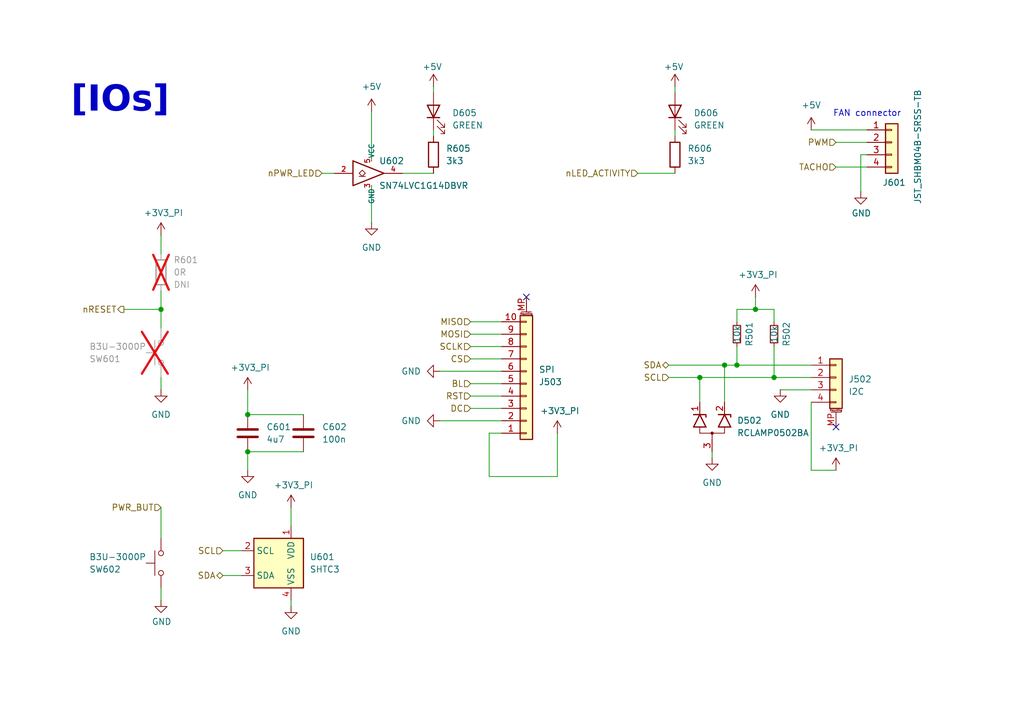
<source format=kicad_sch>
(kicad_sch (version 20231120) (generator "eeschema") (generator_version "8.0")
  (paper "A5")
  (title_block (title "CM5 MINIMA") (date "2024-12-17") (rev "1") (company "Pierluigi Colangeli"))
  (lib_symbols
    (symbol "74LVC1G07_copy_1"
      (property "Reference" "U1" (at 1.524 2.54 0))
      (property "Value" "74LVC1G07SE-7" (at 1.524 -2.54 0))
      (symbol "74LVC1G07_copy_1_0_1"
        (polyline (pts (xy -2.54 -0.635) (xy -1.27 -0.635)))
        (polyline (pts (xy -3.81 2.54) (xy -3.81 -2.54) (xy 2.54 0) (xy -3.81 2.54)) (stroke (width 0.254)))
        (polyline (pts (xy -1.905 0.635) (xy -2.54 0) (xy -1.905 -0.635) (xy -1.27 0) (xy -1.905 0.635)))
      )
      (symbol "74LVC1G07_copy_1_1_1"
        (pin no_connect line (at -5.08 5.08 0) (length 2.54) hide (name "1") (number "1"))
        (pin input line (at -7.62 0 0) (length 3.81) (name "~") (number "2"))
        (pin power_in line (at 0 -2.54 270) (length 0) (name "GND") (number "3"))
        (pin open_collector line (at 6.35 0 180) (length 3.81) (name "~") (number "4"))
        (pin power_in line (at 0 2.54 90) (length 0) (name "VCC") (number "5"))
      )
    )
    (symbol "Connector_Generic:Conn_01x04" (pin_names (offset 1.016) hide)
      (property "Reference" "J" (at 0 5.08 0))
      (property "Value" "Conn_01x04" (at 0 -7.62 0))
      (symbol "Conn_01x04_1_1"
        (rectangle (start -1.27 -4.953) (end 0 -5.207) (stroke (width 0.1524)))
        (rectangle (start -1.27 -2.413) (end 0 -2.667) (stroke (width 0.1524)))
        (rectangle (start -1.27 0.127) (end 0 -0.127) (stroke (width 0.1524)))
        (rectangle (start -1.27 2.667) (end 0 2.413) (stroke (width 0.1524)))
        (rectangle (start -1.27 3.81) (end 1.27 -6.35) (stroke (width 0.254)) (fill (type background)))
        (pin passive line (at -5.08 2.54 0) (length 3.81) (name "Pin_1") (number "1"))
        (pin passive line (at -5.08 0 0) (length 3.81) (name "Pin_2") (number "2"))
        (pin passive line (at -5.08 -2.54 0) (length 3.81) (name "Pin_3") (number "3"))
        (pin passive line (at -5.08 -5.08 0) (length 3.81) (name "Pin_4") (number "4"))
      )
    )
    (symbol "Connector_Generic_MountingPin:Conn_01x04_MountingPin" (pin_names (offset 1.016) hide)
      (property "Reference" "J" (at 0 5.08 0))
      (property "Value" "Conn_01x04_MountingPin" (at 1.27 -7.62 0))
      (symbol "Conn_01x04_MountingPin_1_1"
        (rectangle (start -1.27 -4.953) (end 0 -5.207) (stroke (width 0.1524)))
        (rectangle (start -1.27 -2.413) (end 0 -2.667) (stroke (width 0.1524)))
        (rectangle (start -1.27 0.127) (end 0 -0.127) (stroke (width 0.1524)))
        (rectangle (start -1.27 2.667) (end 0 2.413) (stroke (width 0.1524)))
        (rectangle (start -1.27 3.81) (end 1.27 -6.35) (stroke (width 0.254)) (fill (type background)))
        (polyline (pts (xy -1.016 -7.112) (xy 1.016 -7.112)) (stroke (width 0.1524)))
        (text "Mounting" (at 0 -6.731 0) (effects (font (size 0.381 0.381))))
        (pin passive line (at -5.08 2.54 0) (length 3.81) (name "Pin_1") (number "1"))
        (pin passive line (at -5.08 0 0) (length 3.81) (name "Pin_2") (number "2"))
        (pin passive line (at -5.08 -2.54 0) (length 3.81) (name "Pin_3") (number "3"))
        (pin passive line (at -5.08 -5.08 0) (length 3.81) (name "Pin_4") (number "4"))
        (pin passive line (at 0 -10.16 90) (length 3.048) (name "MountPin") (number "MP"))
      )
    )
    (symbol "Connector_Generic_MountingPin:Conn_01x10_MountingPin" (pin_names (offset 1.016) hide)
      (property "Reference" "J" (at 0 12.7 0))
      (property "Value" "Conn_01x10_MountingPin" (at 1.27 -15.24 0))
      (symbol "Conn_01x10_MountingPin_1_1"
        (rectangle (start -1.27 -12.573) (end 0 -12.827) (stroke (width 0.1524)))
        (rectangle (start -1.27 -10.033) (end 0 -10.287) (stroke (width 0.1524)))
        (rectangle (start -1.27 -7.493) (end 0 -7.747) (stroke (width 0.1524)))
        (rectangle (start -1.27 -4.953) (end 0 -5.207) (stroke (width 0.1524)))
        (rectangle (start -1.27 -2.413) (end 0 -2.667) (stroke (width 0.1524)))
        (rectangle (start -1.27 0.127) (end 0 -0.127) (stroke (width 0.1524)))
        (rectangle (start -1.27 2.667) (end 0 2.413) (stroke (width 0.1524)))
        (rectangle (start -1.27 5.207) (end 0 4.953) (stroke (width 0.1524)))
        (rectangle (start -1.27 7.747) (end 0 7.493) (stroke (width 0.1524)))
        (rectangle (start -1.27 10.287) (end 0 10.033) (stroke (width 0.1524)))
        (rectangle (start -1.27 11.43) (end 1.27 -13.97) (stroke (width 0.254)) (fill (type background)))
        (polyline (pts (xy -1.016 -14.732) (xy 1.016 -14.732)) (stroke (width 0.1524)))
        (text "Mounting" (at 0 -14.351 0) (effects (font (size 0.381 0.381))))
        (pin passive line (at -5.08 10.16 0) (length 3.81) (name "Pin_1") (number "1"))
        (pin passive line (at -5.08 -12.7 0) (length 3.81) (name "Pin_10") (number "10"))
        (pin passive line (at -5.08 7.62 0) (length 3.81) (name "Pin_2") (number "2"))
        (pin passive line (at -5.08 5.08 0) (length 3.81) (name "Pin_3") (number "3"))
        (pin passive line (at -5.08 2.54 0) (length 3.81) (name "Pin_4") (number "4"))
        (pin passive line (at -5.08 0 0) (length 3.81) (name "Pin_5") (number "5"))
        (pin passive line (at -5.08 -2.54 0) (length 3.81) (name "Pin_6") (number "6"))
        (pin passive line (at -5.08 -5.08 0) (length 3.81) (name "Pin_7") (number "7"))
        (pin passive line (at -5.08 -7.62 0) (length 3.81) (name "Pin_8") (number "8"))
        (pin passive line (at -5.08 -10.16 0) (length 3.81) (name "Pin_9") (number "9"))
        (pin passive line (at 0 -17.78 90) (length 3.048) (name "MountPin") (number "MP"))
      )
    )
    (symbol "Device:C" (pin_numbers hide) (pin_names (offset 0.254))
      (property "Reference" "C" (at 0.635 2.54 0))
      (property "Value" "C" (at 0.635 -2.54 0))
      (symbol "C_0_1"
        (polyline (pts (xy -2.032 -0.762) (xy 2.032 -0.762)) (stroke (width 0.508)))
        (polyline (pts (xy -2.032 0.762) (xy 2.032 0.762)) (stroke (width 0.508)))
      )
      (symbol "C_1_1"
        (pin passive line (at 0 3.81 270) (length 2.794) (name "~") (number "1"))
        (pin passive line (at 0 -3.81 90) (length 2.794) (name "~") (number "2"))
      )
    )
    (symbol "Device:LED" (pin_numbers hide) (pin_names (offset 1.016) hide)
      (property "Reference" "D" (at 0 2.54 0))
      (property "Value" "LED" (at 0 -2.54 0))
      (symbol "LED_0_1"
        (polyline (pts (xy -1.27 -1.27) (xy -1.27 1.27)) (stroke (width 0.254)))
        (polyline (pts (xy -1.27 0) (xy 1.27 0)))
        (polyline (pts (xy 1.27 -1.27) (xy 1.27 1.27) (xy -1.27 0) (xy 1.27 -1.27)) (stroke (width 0.254)))
        (polyline (pts (xy -3.048 -0.762) (xy -4.572 -2.286) (xy -3.81 -2.286) (xy -4.572 -2.286) (xy -4.572 -1.524)))
        (polyline (pts (xy -1.778 -0.762) (xy -3.302 -2.286) (xy -2.54 -2.286) (xy -3.302 -2.286) (xy -3.302 -1.524)))
      )
      (symbol "LED_1_1"
        (pin passive line (at -3.81 0 0) (length 2.54) (name "K") (number "1"))
        (pin passive line (at 3.81 0 180) (length 2.54) (name "A") (number "2"))
      )
    )
    (symbol "Device:R" (pin_numbers hide) (pin_names (offset 0))
      (property "Reference" "R" (at 2.032 0 90))
      (property "Value" "R" (at 0 0 90))
      (symbol "R_0_1"
        (rectangle (start -1.016 -2.54) (end 1.016 2.54) (stroke (width 0.254)))
      )
      (symbol "R_1_1"
        (pin passive line (at 0 3.81 270) (length 1.27) (name "~") (number "1"))
        (pin passive line (at 0 -3.81 90) (length 1.27) (name "~") (number "2"))
      )
    )
    (symbol "Device:R_Small" (pin_numbers hide) (pin_names (offset 0.254) hide)
      (property "Reference" "R" (at 0.762 0.508 0))
      (property "Value" "R_Small" (at 0.762 -1.016 0))
      (symbol "R_Small_0_1"
        (rectangle (start -0.762 1.778) (end 0.762 -1.778) (stroke (width 0.2032)))
      )
      (symbol "R_Small_1_1"
        (pin passive line (at 0 2.54 270) (length 0.762) (name "~") (number "1"))
        (pin passive line (at 0 -2.54 90) (length 0.762) (name "~") (number "2"))
      )
    )
    (symbol "Power_Protection:RCLAMP0502BA" (pin_names hide)
      (property "Reference" "D" (at 0 5.08 0))
      (property "Value" "RCLAMP0502BA" (at 0 -5.08 0))
      (symbol "RCLAMP0502BA_0_1"
        (polyline (pts (xy -2.54 0) (xy -1.27 0)))
        (polyline (pts (xy -1.27 2.54) (xy -1.27 -2.54)))
        (polyline (pts (xy 0 2.54) (xy -1.27 2.54)) (stroke (width 0.1524)))
        (polyline (pts (xy 2.54 3.81) (xy 2.54 1.27) (xy 2.032 1.27)) (stroke (width 0.254)))
        (polyline (pts (xy 0 1.27) (xy 0 3.81) (xy 2.54 2.54) (xy 0 1.27)) (stroke (width 0.254)))
        (pin passive line (at -5.08 0 0) (length 2.54) (name "A") (number "3"))
      )
      (symbol "RCLAMP0502BA_1_1"
        (circle (center -1.27 0) (radius 0.254) (fill (type outline)))
        (polyline (pts (xy 0 -2.54) (xy -1.27 -2.54)) (stroke (width 0.1524)))
        (polyline (pts (xy 2.54 -1.27) (xy 2.54 -3.81) (xy 2.032 -3.81)) (stroke (width 0.254)))
        (polyline (pts (xy 0 -3.81) (xy 0 -1.27) (xy 2.54 -2.54) (xy 0 -3.81)) (stroke (width 0.254)))
        (pin passive line (at 5.08 2.54 180) (length 2.54) (name "K1") (number "1"))
        (pin passive line (at 5.08 -2.54 180) (length 2.54) (name "K2") (number "2"))
      )
    )
    (symbol "Sensor_Humidity:SHTC3"
      (property "Reference" "U" (at -3.81 6.35 0))
      (property "Value" "SHTC3" (at -2.54 -6.35 0))
      (symbol "SHTC3_1_1"
        (rectangle (start -5.08 5.08) (end 5.08 -5.08) (stroke (width 0.254)) (fill (type background)))
        (pin power_in line (at 2.54 7.62 270) (length 2.54) (name "VDD") (number "1"))
        (pin input line (at -7.62 2.54 0) (length 2.54) (name "SCL") (number "2"))
        (pin bidirectional line (at -7.62 -2.54 0) (length 2.54) (name "SDA") (number "3"))
        (pin power_in line (at 2.54 -7.62 90) (length 2.54) (name "VSS") (number "4"))
        (pin no_connect line (at 5.08 0 180) (length 2.54) hide (name "NC") (number "5"))
      )
    )
    (symbol "Switch:SW_Push" (pin_numbers hide) (pin_names (offset 1.016) hide)
      (property "Reference" "SW" (at 1.27 2.54 0))
      (property "Value" "SW_Push" (at 0 -1.524 0))
      (symbol "SW_Push_0_1"
        (circle (center -2.032 0) (radius 0.508))
        (polyline (pts (xy 0 1.27) (xy 0 3.048)))
        (polyline (pts (xy 2.54 1.27) (xy -2.54 1.27)))
        (circle (center 2.032 0) (radius 0.508))
        (pin passive line (at -5.08 0 0) (length 2.54) (name "1") (number "1"))
        (pin passive line (at 5.08 0 180) (length 2.54) (name "2") (number "2"))
      )
    )
    (symbol "power:+3V3" (power) (pin_numbers hide) (pin_names (offset 0) hide)
      (property "Value" "+3V3" (at 0 3.556 0))
      (symbol "+3V3_0_1"
        (polyline (pts (xy -0.762 1.27) (xy 0 2.54)))
        (polyline (pts (xy 0 0) (xy 0 2.54)))
        (polyline (pts (xy 0 2.54) (xy 0.762 1.27)))
      )
      (symbol "+3V3_1_1"
        (pin power_in line (at 0 0 90) (length 0) (name "~") (number "1"))
      )
    )
    (symbol "power:+5V" (power) (pin_numbers hide) (pin_names (offset 0) hide)
      (property "Value" "+5V" (at 0 3.556 0))
      (symbol "+5V_0_1"
        (polyline (pts (xy -0.762 1.27) (xy 0 2.54)))
        (polyline (pts (xy 0 0) (xy 0 2.54)))
        (polyline (pts (xy 0 2.54) (xy 0.762 1.27)))
      )
      (symbol "+5V_1_1"
        (pin power_in line (at 0 0 90) (length 0) (name "~") (number "1"))
      )
    )
    (symbol "power:GND" (power) (pin_numbers hide) (pin_names (offset 0) hide)
      (property "Value" "GND" (at 0 -3.81 0))
      (symbol "GND_0_1"
        (polyline (pts (xy 0 0) (xy 0 -1.27) (xy 1.27 -1.27) (xy 0 -2.54) (xy -1.27 -1.27) (xy 0 -1.27)))
      )
      (symbol "GND_1_1"
        (pin power_in line (at 0 0 270) (length 0) (name "~") (number "1"))
      )
    )
  )
  (junction (at 50.8 85.09))
  (junction (at 151.13 74.93))
  (junction (at 148.59 74.93))
  (junction (at 158.75 77.47))
  (junction (at 143.51 77.47))
  (junction (at 50.8 92.71))
  (junction (at 154.94 63.5))
  (junction (at 33.02 63.5))
  (no_connect (at 171.45 87.63))
  (no_connect (at 107.95 60.96))
  (wire (pts (xy 33.02 104.14) (xy 33.02 110.49)))
  (wire (pts (xy 102.87 78.74) (xy 96.52 78.74)))
  (wire (pts (xy 100.33 97.79) (xy 100.33 88.9)))
  (wire (pts (xy 66.04 35.56) (xy 68.58 35.56)))
  (wire (pts (xy 96.52 73.66) (xy 102.87 73.66)))
  (wire (pts (xy 45.72 113.03) (xy 49.53 113.03)))
  (wire (pts (xy 59.69 124.46) (xy 59.69 123.19)))
  (wire (pts (xy 25.4 63.5) (xy 33.02 63.5)))
  (wire (pts (xy 171.45 34.29) (xy 177.8 34.29)))
  (wire (pts (xy 88.9 26.67) (xy 88.9 27.94)))
  (wire (pts (xy 146.05 93.98) (xy 146.05 92.71)))
  (wire (pts (xy 148.59 74.93) (xy 137.16 74.93)))
  (wire (pts (xy 114.3 97.79) (xy 100.33 97.79)))
  (wire (pts (xy 148.59 74.93) (xy 148.59 82.55)))
  (wire (pts (xy 166.37 26.67) (xy 177.8 26.67)))
  (wire (pts (xy 151.13 63.5) (xy 154.94 63.5)))
  (wire (pts (xy 76.2 33.02) (xy 76.2 22.86)))
  (wire (pts (xy 33.02 59.69) (xy 33.02 63.5)))
  (wire (pts (xy 148.59 74.93) (xy 151.13 74.93)))
  (wire (pts (xy 33.02 77.47) (xy 33.02 80.01)))
  (wire (pts (xy 158.75 71.12) (xy 158.75 77.47)))
  (wire (pts (xy 88.9 35.56) (xy 82.55 35.56)))
  (wire (pts (xy 33.02 63.5) (xy 33.02 67.31)))
  (wire (pts (xy 100.33 88.9) (xy 102.87 88.9)))
  (wire (pts (xy 90.17 86.36) (xy 102.87 86.36)))
  (wire (pts (xy 130.81 35.56) (xy 138.43 35.56)))
  (wire (pts (xy 33.02 52.07) (xy 33.02 48.26)))
  (wire (pts (xy 143.51 77.47) (xy 158.75 77.47)))
  (wire (pts (xy 154.94 63.5) (xy 158.75 63.5)))
  (wire (pts (xy 151.13 63.5) (xy 151.13 66.04)))
  (wire (pts (xy 158.75 77.47) (xy 166.37 77.47)))
  (wire (pts (xy 166.37 96.52) (xy 171.45 96.52)))
  (wire (pts (xy 138.43 17.78) (xy 138.43 19.05)))
  (wire (pts (xy 45.72 118.11) (xy 49.53 118.11)))
  (wire (pts (xy 33.02 120.65) (xy 33.02 123.19)))
  (wire (pts (xy 88.9 17.78) (xy 88.9 19.05)))
  (wire (pts (xy 151.13 71.12) (xy 151.13 74.93)))
  (wire (pts (xy 50.8 92.71) (xy 62.23 92.71)))
  (wire (pts (xy 154.94 60.96) (xy 154.94 63.5)))
  (wire (pts (xy 102.87 71.12) (xy 96.52 71.12)))
  (wire (pts (xy 114.3 97.79) (xy 114.3 88.9)))
  (wire (pts (xy 166.37 96.52) (xy 166.37 82.55)))
  (wire (pts (xy 102.87 81.28) (xy 96.52 81.28)))
  (wire (pts (xy 171.45 29.21) (xy 177.8 29.21)))
  (wire (pts (xy 50.8 80.01) (xy 50.8 85.09)))
  (wire (pts (xy 143.51 77.47) (xy 137.16 77.47)))
  (wire (pts (xy 176.53 31.75) (xy 176.53 39.37)))
  (wire (pts (xy 158.75 63.5) (xy 158.75 66.04)))
  (wire (pts (xy 151.13 74.93) (xy 166.37 74.93)))
  (wire (pts (xy 102.87 76.2) (xy 90.17 76.2)))
  (wire (pts (xy 76.2 38.1) (xy 76.2 45.72)))
  (wire (pts (xy 50.8 92.71) (xy 50.8 96.52)))
  (wire (pts (xy 177.8 31.75) (xy 176.53 31.75)))
  (wire (pts (xy 160.02 80.01) (xy 166.37 80.01)))
  (wire (pts (xy 143.51 77.47) (xy 143.51 82.55)))
  (wire (pts (xy 102.87 68.58) (xy 96.52 68.58)))
  (wire (pts (xy 59.69 104.14) (xy 59.69 107.95)))
  (wire (pts (xy 50.8 85.09) (xy 62.23 85.09)))
  (wire (pts (xy 102.87 66.04) (xy 96.52 66.04)))
  (wire (pts (xy 138.43 26.67) (xy 138.43 27.94)))
  (wire (pts (xy 102.87 83.82) (xy 96.52 83.82)))
  (text "[IOs]" (at 24.638 22.098 0) (effects (font (size 5.27 5.27) (bold yes))))
  (text "FAN connector\n" (at 170.815 24.13 0) (effects (font (size 1.27 1.27)) (justify left bottom)))
  (hierarchical_label "TACHO" (shape input) (at 171.45 34.29 180))
  (hierarchical_label "PWM" (shape input) (at 171.45 29.21 180))
  (hierarchical_label "CS" (shape input) (at 96.52 73.66 180))
  (hierarchical_label "nLED_ACTIVITY" (shape input) (at 130.81 35.56 180))
  (hierarchical_label "RST" (shape input) (at 96.52 81.28 180))
  (hierarchical_label "MOSI" (shape input) (at 96.52 68.58 180))
  (hierarchical_label "nPWR_LED" (shape input) (at 66.04 35.56 180))
  (hierarchical_label "SDA" (shape bidirectional) (at 137.16 74.93 180))
  (hierarchical_label "nRESET" (shape output) (at 25.4 63.5 180))
  (hierarchical_label "SCL" (shape input) (at 137.16 77.47 180))
  (hierarchical_label "BL" (shape input) (at 96.52 78.74 180))
  (hierarchical_label "SCLK" (shape input) (at 96.52 71.12 180))
  (hierarchical_label "DC" (shape input) (at 96.52 83.82 180))
  (hierarchical_label "SCL" (shape input) (at 45.72 113.03 180))
  (hierarchical_label "PWR_BUT" (shape input) (at 33.02 104.14 180))
  (hierarchical_label "MISO" (shape input) (at 96.52 66.04 180))
  (hierarchical_label "SDA" (shape bidirectional) (at 45.72 118.11 180))
  (symbol (lib_id "power:GND") (at 33.02 123.19 0) (unit 1)
    (property "Reference" "#PWR0606" (effects (hide yes)))
    (property "Value" "GND" (at 33.147 127.5842 0))
    (property "Description" "Power symbol creates a global label with name \"GND\" , ground" (effects (hide yes)))
  )
  (symbol (lib_id "power:GND") (at 90.17 86.36 270) (unit 1)
    (property "Reference" "#PWR0505" (effects (hide yes)))
    (property "Value" "GND" (at 86.36 86.3599 90) (effects (justify right)))
  )
  (symbol (lib_id "power:+3V3") (at 114.3 88.9 0) (unit 1)
    (property "Reference" "#PWR0509" (effects (hide yes)))
    (property "Value" "+3V3_PI" (at 110.744 84.328 0) (effects (justify left)))
    (property "Description" "Power symbol creates a global label with name \"+3V3\"" (effects (hide yes)))
  )
  (symbol (lib_id "power:GND") (at 33.02 80.01 0) (unit 1)
    (property "Reference" "#PWR0601" (effects (hide yes)))
    (property "Value" "GND" (at 33.02 85.09 0))
    (property "Description" "Power symbol creates a global label with name \"GND\" , ground" (effects (hide yes)))
  )
  (symbol (lib_id "power:+3V3") (at 33.02 48.26 0) (unit 1)
    (property "Reference" "#PWR0515" (effects (hide yes)))
    (property "Value" "+3V3_PI" (at 29.464 43.688 0) (effects (justify left)))
    (property "Description" "Power symbol creates a global label with name \"+3V3\"" (effects (hide yes)))
  )
  (symbol (lib_id "power:+5V") (at 76.2 22.86 0) (unit 1)
    (property "Reference" "#PWR0516" (effects (hide yes)))
    (property "Value" "+5V" (at 76.2 17.78 0))
    (property "Description" "Power symbol creates a global label with name \"+5V\"" (effects (hide yes)))
  )
  (symbol (lib_id "Connector_Generic_MountingPin:Conn_01x04_MountingPin") (at 171.45 77.47 0) (unit 1)
    (property "Reference" "J502" (at 173.99 77.8255 0) (effects (justify left)))
    (property "Value" "I2C" (at 173.99 80.3655 0) (effects (justify left)))
    (property "Footprint" "Connector_JST:JST_SH_BM04B-SRSS-TB_1x04-1MP_P1.00mm_Vertical" (effects (hide yes)))
    (property "Description" "Generic connectable mounting pin connector, single row, 01x04, script generated (kicad-library-utils/schlib/autogen/connector/)" (effects (hide yes)))
  )
  (symbol (lib_id "Device:R_Small") (at 151.13 68.58 0) (unit 1)
    (property "Reference" "R501" (at 153.67 68.58 90))
    (property "Value" "10k" (at 151.13 68.58 90))
    (property "Footprint" "Resistor_SMD:R_0402_1005Metric" (effects (hide yes)))
  )
  (symbol (lib_id "Device:C") (at 50.8 88.9 0) (unit 1)
    (property "Reference" "C601" (at 54.61 87.63 0) (effects (justify left)))
    (property "Value" "4u7" (at 54.61 90.17 0) (effects (justify left)))
    (property "Footprint" "Capacitor_SMD:C_0805_2012Metric" (effects (hide yes)))
    (property "P/N" "C0805C475M3PAC" (effects (hide yes)))
    (property "Package" "0805" (effects (hide yes)))
    (property "VAux" "25V" (effects (hide yes)))
    (property "Part Description" "4.7uF 10% 10V Ceramic Capacitor X7R 0805 (2012 Metric)" (effects (hide yes)))
  )
  (symbol (lib_id "power:+3V3") (at 154.94 60.96 0) (unit 1)
    (property "Reference" "#PWR0507" (effects (hide yes)))
    (property "Value" "+3V3_PI" (at 151.384 56.388 0) (effects (justify left)))
    (property "Description" "Power symbol creates a global label with name \"+3V3\"" (effects (hide yes)))
  )
  (symbol (lib_id "Device:R_Small") (at 158.75 68.58 0) (unit 1)
    (property "Reference" "R502" (at 161.29 68.58 90))
    (property "Value" "10k" (at 158.75 68.58 90))
    (property "Footprint" "Resistor_SMD:R_0402_1005Metric" (effects (hide yes)))
  )
  (symbol (lib_id "power:+3V3") (at 171.45 96.52 0) (unit 1)
    (property "Reference" "#PWR0508" (effects (hide yes)))
    (property "Value" "+3V3_PI" (at 167.894 91.948 0) (effects (justify left)))
    (property "Description" "Power symbol creates a global label with name \"+3V3\"" (effects (hide yes)))
  )
  (symbol (lib_id "power:GND") (at 176.53 39.37 0) (unit 1)
    (property "Reference" "#PWR0610" (effects (hide yes)))
    (property "Value" "GND" (at 176.657 43.7642 0))
    (property "Description" "Power symbol creates a global label with name \"GND\" , ground" (effects (hide yes)))
  )
  (symbol (lib_id "Switch:SW_Push") (at 33.02 115.57 90) (mirror x) (unit 1)
    (property "Reference" "SW602" (at 18.288 116.84 90) (effects (justify right)))
    (property "Value" "B3U-3000P" (at 18.288 114.3 90) (effects (justify right)))
    (property "Footprint" "Button_Switch_SMD:SW_SPST_B3U-3000P" (effects (hide yes)))
    (property "Description" "Push button switch, generic, two pins" (effects (hide yes)))
  )
  (symbol (lib_id "Device:R") (at 138.43 31.75 0) (unit 1)
    (property "Reference" "R606" (at 140.97 30.48 0) (effects (justify left)))
    (property "Value" "3k3" (at 140.97 33.02 0) (effects (justify left)))
    (property "Footprint" "Resistor_SMD:R_0402_1005Metric" (effects (hide yes)))
    (property "Package" "0402" (effects (hide yes)))
  )
  (symbol (lib_id "power:GND") (at 59.69 124.46 0) (unit 1)
    (property "Reference" "#PWR0604" (effects (hide yes)))
    (property "Value" "GND" (at 59.69 129.54 0))
    (property "Description" "Power symbol creates a global label with name \"GND\" , ground" (effects (hide yes)))
  )
  (symbol (lib_id "power:GND") (at 146.05 93.98 0) (unit 1)
    (property "Reference" "#PWR0511" (effects (hide yes)))
    (property "Value" "GND" (at 146.05 99.06 0))
  )
  (symbol (lib_id "power:GND") (at 50.8 96.52 0) (unit 1)
    (property "Reference" "#PWR0602" (effects (hide yes)))
    (property "Value" "GND" (at 50.8 101.6 0))
    (property "Description" "Power symbol creates a global label with name \"GND\" , ground" (effects (hide yes)))
  )
  (symbol (lib_id "power:+3V3") (at 59.69 104.14 0) (unit 1)
    (property "Reference" "#PWR0512" (effects (hide yes)))
    (property "Value" "+3V3_PI" (at 56.134 99.568 0) (effects (justify left)))
    (property "Description" "Power symbol creates a global label with name \"+3V3\"" (effects (hide yes)))
  )
  (symbol (lib_id "Device:R") (at 33.02 55.88 0) (unit 1) (in_bom no) (on_board no) (dnp yes)
    (property "Reference" "R601" (at 35.56 53.34 0) (effects (justify left)))
    (property "Value" "0R" (at 35.56 55.88 0) (effects (justify left)))
    (property "Footprint" "Resistor_SMD:R_0402_1005Metric" (effects (hide yes)))
    (property "Package" "0402" (effects (hide yes)))
    (property "dni" "DNI" (at 35.56 58.42 0) (effects (justify left)))
  )
  (symbol (lib_id "Device:LED") (at 138.43 22.86 90) (unit 1)
    (property "Reference" "D606" (at 142.24 23.1775 90) (effects (justify right)))
    (property "Value" "GREEN" (at 142.24 25.7175 90) (effects (justify right)))
    (property "Footprint" "EasyEDA:LED-SMD_L1.7-W0.6-RD" (effects (hide yes)))
    (property "Package" "0603" (effects (hide yes)))
  )
  (symbol (lib_id "power:GND") (at 76.2 45.72 0) (unit 1)
    (property "Reference" "#PWR0607" (effects (hide yes)))
    (property "Value" "GND" (at 76.2 50.8 0))
    (property "Description" "Power symbol creates a global label with name \"GND\" , ground" (effects (hide yes)))
  )
  (symbol (lib_id "Connector_Generic:Conn_01x04") (at 182.88 29.21 0) (unit 1)
    (property "Reference" "J601" (at 180.975 37.465 0) (effects (justify left)))
    (property "Value" "JST_SHBM04B-SRSS-TB" (at 188.214 41.91 90) (effects (justify left)))
    (property "Footprint" "Connector_JST:JST_SH_BM04B-SRSS-TB_1x04-1MP_P1.00mm_Vertical" (effects (hide yes)))
    (property "Field5" "SHBM04B-SRSS-TB" (effects (hide yes)))
    (property "Field6" "SHBM04B-SRSS-TB" (effects (hide yes)))
    (property "Field7" "JST" (effects (hide yes)))
    (property "Part Description" "4 pin vertical 1mm pitch connector" (effects (hide yes)))
  )
  (symbol (lib_id "power:+5V") (at 138.43 17.78 0) (unit 1)
    (property "Reference" "#PWR0510" (effects (hide yes)))
    (property "Value" "+5V" (at 138.176 13.716 0))
    (property "Description" "Power symbol creates a global label with name \"+5V\"" (effects (hide yes)))
  )
  (symbol (lib_id "power:+5V") (at 166.37 26.67 0) (unit 1)
    (property "Reference" "#PWR0520" (effects (hide yes)))
    (property "Value" "+5V" (at 166.37 21.59 0))
    (property "Description" "Power symbol creates a global label with name \"+5V\"" (effects (hide yes)))
  )
  (symbol (lib_id "Power_Protection:RCLAMP0502BA") (at 146.05 87.63 90) (unit 1)
    (property "Reference" "D502" (at 151.13 86.2965 90) (effects (justify right)))
    (property "Value" "RCLAMP0502BA" (at 151.13 88.8365 90) (effects (justify right)))
    (property "Footprint" "Package_TO_SOT_SMD:SOT-416" (effects (hide yes)))
    (property "Datasheet" "https://www.semtech.com/products/circuit-protection/low-capacitance/rclamp0502ba" (effects (hide yes)))
  )
  (symbol (lib_id "Device:R") (at 88.9 31.75 0) (unit 1)
    (property "Reference" "R605" (at 91.44 30.48 0) (effects (justify left)))
    (property "Value" "3k3" (at 91.44 33.02 0) (effects (justify left)))
    (property "Footprint" "Resistor_SMD:R_0402_1005Metric" (effects (hide yes)))
    (property "Package" "0402" (effects (hide yes)))
  )
  (symbol (lib_id "power:GND") (at 90.17 76.2 270) (unit 1)
    (property "Reference" "#PWR0506" (effects (hide yes)))
    (property "Value" "GND" (at 86.36 76.1999 90) (effects (justify right)))
  )
  (symbol (lib_name "74LVC1G07_copy_1") (lib_id "CM4IO:74LVC1G07_copy") (at 76.2 35.56 0) (unit 1)
    (property "Reference" "U602" (at 77.724 33.02 0) (effects (justify left)))
    (property "Value" "SN74LVC1G14DBVR" (at 77.724 38.1 0) (effects (justify left)))
    (property "Footprint" "Package_TO_SOT_SMD:SOT-353_SC-70-5" (effects (hide yes)))
    (property "Datasheet" "https://www.lcsc.com/datasheet/lcsc_datasheet_2405141143_UMW-Youtai-Semiconductor-Co---Ltd--SN74LVC1G14DBVR_C434069.pdf" (effects (hide yes)))
    (property "Part Description" "Buffer, Non-Inverting 1 Element 1 Bit per Element Open Drain Output SOT-353" (effects (hide yes)))
    (property "P/N" "SN74LVC1G14DBVR" (effects (hide yes)))
  )
  (symbol (lib_id "power:+5V") (at 88.9 17.78 0) (unit 1)
    (property "Reference" "#PWR0517" (effects (hide yes)))
    (property "Value" "+5V" (at 88.646 13.716 0))
    (property "Description" "Power symbol creates a global label with name \"+5V\"" (effects (hide yes)))
  )
  (symbol (lib_id "Connector_Generic_MountingPin:Conn_01x10_MountingPin") (at 107.95 78.74 0) (mirror x) (unit 1)
    (property "Reference" "J503" (at 110.49 78.3844 0) (effects (justify left)))
    (property "Value" "SPI" (at 110.49 75.8444 0) (effects (justify left)))
    (property "Footprint" "Connector_JST:JST_SUR_BM10B-SURS-TF_1x10-1MP_P0.80mm_Vertical" (effects (hide yes)))
    (property "Description" "Generic connectable mounting pin connector, single row, 01x10, script generated (kicad-library-utils/schlib/autogen/connector/)" (effects (hide yes)))
  )
  (symbol (lib_id "power:+3V3") (at 50.8 80.01 0) (unit 1)
    (property "Reference" "#PWR0514" (effects (hide yes)))
    (property "Value" "+3V3_PI" (at 47.244 75.438 0) (effects (justify left)))
    (property "Description" "Power symbol creates a global label with name \"+3V3\"" (effects (hide yes)))
  )
  (symbol (lib_id "Sensor_Humidity:SHTC3") (at 57.15 115.57 0) (unit 1)
    (property "Reference" "U601" (at 63.5 114.2999 0) (effects (justify left)))
    (property "Value" "SHTC3" (at 63.5 116.8399 0) (effects (justify left)))
    (property "Footprint" "Sensor_Humidity:Sensirion_DFN-4-1EP_2x2mm_P1mm_EP0.7x1.6mm" (effects (hide yes)))
    (property "Datasheet" "https://www.sensirion.com/fileadmin/user_upload/customers/sensirion/Dokumente/0_Datasheets/Humidity/Sensirion_Humidity_Sensors_SHTC3_Datasheet.pdf" (effects (hide yes)))
    (property "Description" "Humidity and Temperature Sensor, ±2%RH, ±0.2°C, I2C, 1.62-3.6V, DFN-4" (effects (hide yes)))
  )
  (symbol (lib_id "Device:C") (at 62.23 88.9 0) (unit 1)
    (property "Reference" "C602" (at 66.04 87.63 0) (effects (justify left)))
    (property "Value" "100n" (at 66.04 90.17 0) (effects (justify left)))
    (property "Footprint" "Capacitor_SMD:C_0402_1005Metric" (effects (hide yes)))
    (property "P/N" "CC0402KRX7R7BB104" (effects (hide yes)))
    (property "Package" "0402" (effects (hide yes)))
    (property "VAux" "16V" (effects (hide yes)))
    (property "Part Description" "0.1uF 10% 16V Ceramic Capacitor X7R 0402 (1005 Metric)" (effects (hide yes)))
  )
  (symbol (lib_id "Switch:SW_Push") (at 33.02 72.39 90) (mirror x) (unit 1) (in_bom no) (on_board no) (dnp yes)
    (property "Reference" "SW601" (at 18.288 73.66 90) (effects (justify right)))
    (property "Value" "B3U-3000P" (at 18.288 71.12 90) (effects (justify right)))
    (property "Footprint" "Button_Switch_SMD:SW_SPST_B3U-3100P-B" (effects (hide yes)))
    (property "Description" "Push button switch, generic, two pins" (effects (hide yes)))
  )
  (symbol (lib_id "Device:LED") (at 88.9 22.86 90) (unit 1)
    (property "Reference" "D605" (at 92.71 23.1775 90) (effects (justify right)))
    (property "Value" "GREEN" (at 92.71 25.7175 90) (effects (justify right)))
    (property "Footprint" "EasyEDA:LED-SMD_L1.7-W0.6-RD" (effects (hide yes)))
    (property "Package" "0603" (effects (hide yes)))
  )
  (symbol (lib_id "power:GND") (at 160.02 80.01 0) (unit 1)
    (property "Reference" "#PWR0513" (effects (hide yes)))
    (property "Value" "GND" (at 160.02 85.09 0))
  )
)
</source>
